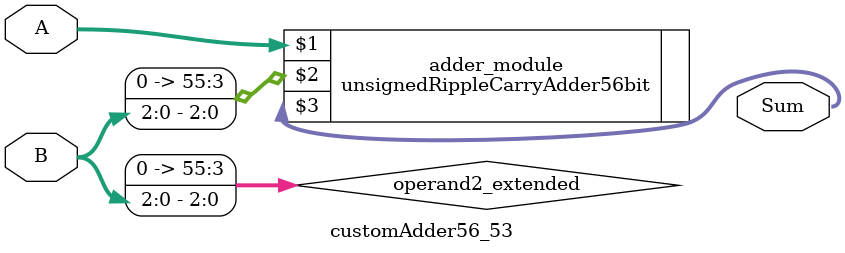
<source format=v>
module customAdder56_53(
                        input [55 : 0] A,
                        input [2 : 0] B,
                        
                        output [56 : 0] Sum
                );

        wire [55 : 0] operand2_extended;
        
        assign operand2_extended =  {53'b0, B};
        
        unsignedRippleCarryAdder56bit adder_module(
            A,
            operand2_extended,
            Sum
        );
        
        endmodule
        
</source>
